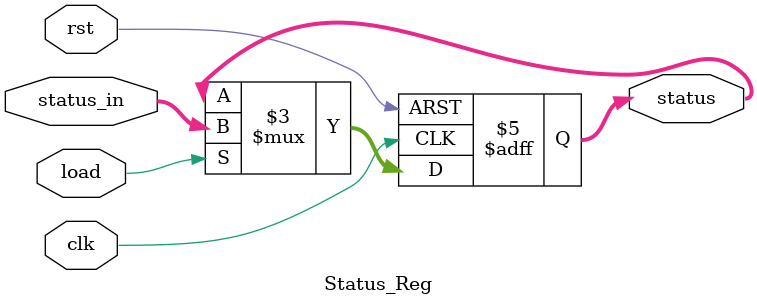
<source format=v>
module Status_Reg
(
    input            clk,
    input            rst,
    input            load,
    input      [3:0] status_in,
    output reg [3:0] status
);

    always @(negedge clk or posedge rst) begin
  if(rst) begin
    status <= 0;
  end  
  else if(load) begin
    status <= status_in;
  end
  else begin
    status <= status;
  end    
 end
 
endmodule

</source>
